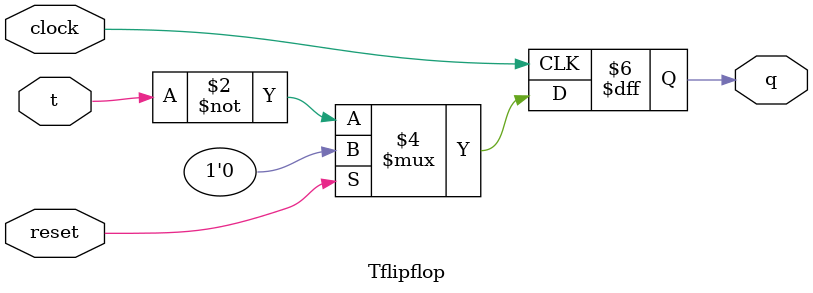
<source format=v>

module Tflipflop(clock,reset,t,q);
input clock,reset,t;
output reg q;
always @ (posedge clock)
	begin
		if(reset)
			q = 0;
		else 
			q = ~t;
	end
endmodule

</source>
